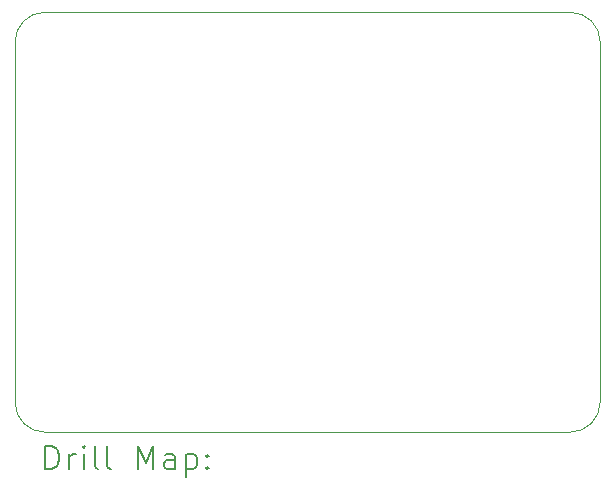
<source format=gbr>
%TF.GenerationSoftware,KiCad,Pcbnew,8.0.4*%
%TF.CreationDate,2024-07-23T12:10:29-05:00*%
%TF.ProjectId,sa8x8-breakout,73613878-382d-4627-9265-616b6f75742e,rev?*%
%TF.SameCoordinates,Original*%
%TF.FileFunction,Drillmap*%
%TF.FilePolarity,Positive*%
%FSLAX45Y45*%
G04 Gerber Fmt 4.5, Leading zero omitted, Abs format (unit mm)*
G04 Created by KiCad (PCBNEW 8.0.4) date 2024-07-23 12:10:29*
%MOMM*%
%LPD*%
G01*
G04 APERTURE LIST*
%ADD10C,0.050000*%
%ADD11C,0.200000*%
G04 APERTURE END LIST*
D10*
X12954000Y-10414000D02*
X12954000Y-7366000D01*
X17655306Y-7112000D02*
G75*
G02*
X17909310Y-7366000I4J-254000D01*
G01*
X13207937Y-10668000D02*
G75*
G02*
X12954000Y-10414000I63J254000D01*
G01*
X13208000Y-7112000D02*
X17655306Y-7112000D01*
X17909306Y-10414000D02*
G75*
G02*
X17655306Y-10668006I-254006J0D01*
G01*
X12954000Y-7366000D02*
G75*
G02*
X13208000Y-7112000I254000J0D01*
G01*
X17655306Y-10668000D02*
X13207937Y-10668000D01*
X17909306Y-10414000D02*
X17909306Y-7366000D01*
D11*
X13212277Y-10981984D02*
X13212277Y-10781984D01*
X13212277Y-10781984D02*
X13259896Y-10781984D01*
X13259896Y-10781984D02*
X13288467Y-10791508D01*
X13288467Y-10791508D02*
X13307515Y-10810555D01*
X13307515Y-10810555D02*
X13317039Y-10829603D01*
X13317039Y-10829603D02*
X13326562Y-10867698D01*
X13326562Y-10867698D02*
X13326562Y-10896270D01*
X13326562Y-10896270D02*
X13317039Y-10934365D01*
X13317039Y-10934365D02*
X13307515Y-10953412D01*
X13307515Y-10953412D02*
X13288467Y-10972460D01*
X13288467Y-10972460D02*
X13259896Y-10981984D01*
X13259896Y-10981984D02*
X13212277Y-10981984D01*
X13412277Y-10981984D02*
X13412277Y-10848650D01*
X13412277Y-10886746D02*
X13421801Y-10867698D01*
X13421801Y-10867698D02*
X13431324Y-10858174D01*
X13431324Y-10858174D02*
X13450372Y-10848650D01*
X13450372Y-10848650D02*
X13469420Y-10848650D01*
X13536086Y-10981984D02*
X13536086Y-10848650D01*
X13536086Y-10781984D02*
X13526562Y-10791508D01*
X13526562Y-10791508D02*
X13536086Y-10801031D01*
X13536086Y-10801031D02*
X13545610Y-10791508D01*
X13545610Y-10791508D02*
X13536086Y-10781984D01*
X13536086Y-10781984D02*
X13536086Y-10801031D01*
X13659896Y-10981984D02*
X13640848Y-10972460D01*
X13640848Y-10972460D02*
X13631324Y-10953412D01*
X13631324Y-10953412D02*
X13631324Y-10781984D01*
X13764658Y-10981984D02*
X13745610Y-10972460D01*
X13745610Y-10972460D02*
X13736086Y-10953412D01*
X13736086Y-10953412D02*
X13736086Y-10781984D01*
X13993229Y-10981984D02*
X13993229Y-10781984D01*
X13993229Y-10781984D02*
X14059896Y-10924841D01*
X14059896Y-10924841D02*
X14126562Y-10781984D01*
X14126562Y-10781984D02*
X14126562Y-10981984D01*
X14307515Y-10981984D02*
X14307515Y-10877222D01*
X14307515Y-10877222D02*
X14297991Y-10858174D01*
X14297991Y-10858174D02*
X14278943Y-10848650D01*
X14278943Y-10848650D02*
X14240848Y-10848650D01*
X14240848Y-10848650D02*
X14221801Y-10858174D01*
X14307515Y-10972460D02*
X14288467Y-10981984D01*
X14288467Y-10981984D02*
X14240848Y-10981984D01*
X14240848Y-10981984D02*
X14221801Y-10972460D01*
X14221801Y-10972460D02*
X14212277Y-10953412D01*
X14212277Y-10953412D02*
X14212277Y-10934365D01*
X14212277Y-10934365D02*
X14221801Y-10915317D01*
X14221801Y-10915317D02*
X14240848Y-10905793D01*
X14240848Y-10905793D02*
X14288467Y-10905793D01*
X14288467Y-10905793D02*
X14307515Y-10896270D01*
X14402753Y-10848650D02*
X14402753Y-11048650D01*
X14402753Y-10858174D02*
X14421801Y-10848650D01*
X14421801Y-10848650D02*
X14459896Y-10848650D01*
X14459896Y-10848650D02*
X14478943Y-10858174D01*
X14478943Y-10858174D02*
X14488467Y-10867698D01*
X14488467Y-10867698D02*
X14497991Y-10886746D01*
X14497991Y-10886746D02*
X14497991Y-10943889D01*
X14497991Y-10943889D02*
X14488467Y-10962936D01*
X14488467Y-10962936D02*
X14478943Y-10972460D01*
X14478943Y-10972460D02*
X14459896Y-10981984D01*
X14459896Y-10981984D02*
X14421801Y-10981984D01*
X14421801Y-10981984D02*
X14402753Y-10972460D01*
X14583705Y-10962936D02*
X14593229Y-10972460D01*
X14593229Y-10972460D02*
X14583705Y-10981984D01*
X14583705Y-10981984D02*
X14574182Y-10972460D01*
X14574182Y-10972460D02*
X14583705Y-10962936D01*
X14583705Y-10962936D02*
X14583705Y-10981984D01*
X14583705Y-10858174D02*
X14593229Y-10867698D01*
X14593229Y-10867698D02*
X14583705Y-10877222D01*
X14583705Y-10877222D02*
X14574182Y-10867698D01*
X14574182Y-10867698D02*
X14583705Y-10858174D01*
X14583705Y-10858174D02*
X14583705Y-10877222D01*
M02*

</source>
